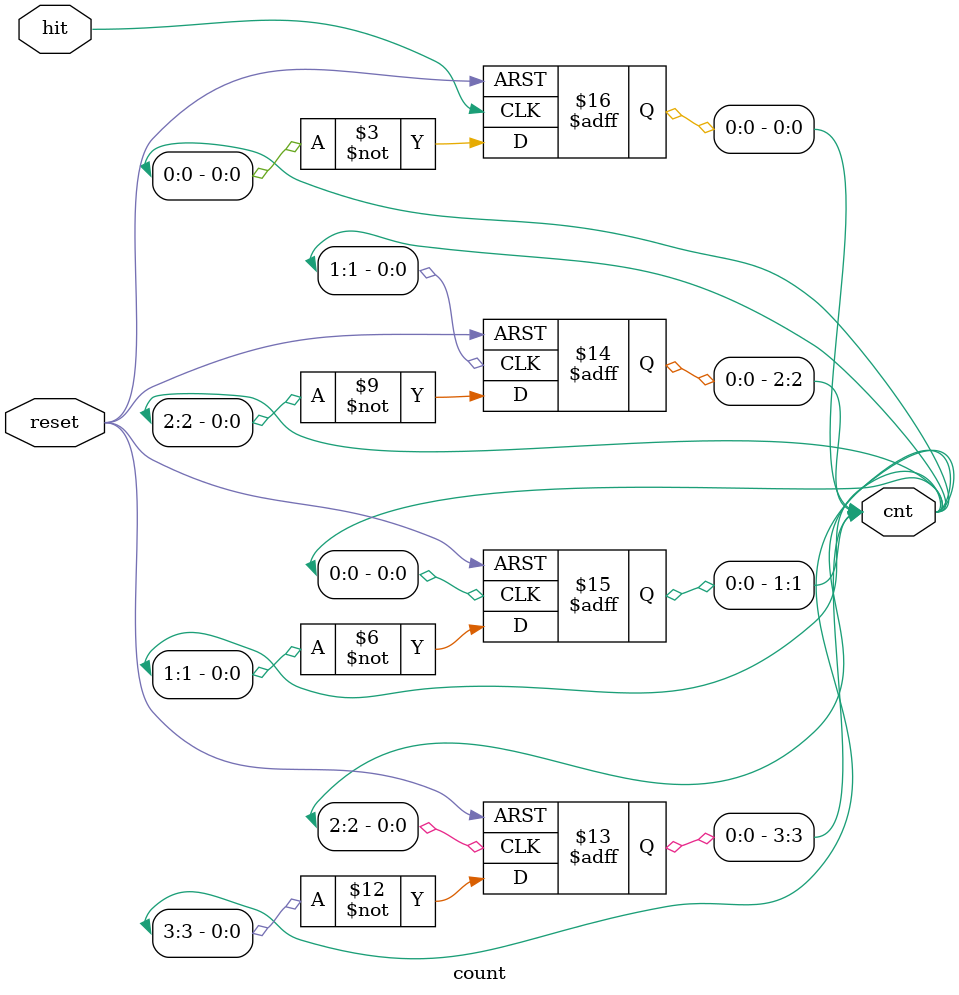
<source format=v>
module add_dec(hit,cout,reset);
  input hit;
  input reset; 
  output [6:0] cout;
  
  wire [3:0] cnt;
  
  BCD7 U0
  (
    .din  (cnt),
    .dout (cout)
  );
  
  count U1
  (
    .reset  (reset),
    .hit    (hit),
    .cnt    (cnt)
  );
  
  
endmodule


module BCD7(din,dout);
  input  [3:0] din;
  output [6:0] dout;
  
  assign dout=(din==4'h0)?7'b1000000:
             (din==4'h1)?7'b1111001:
             (din==4'h2)?7'b0100100:
             (din==4'h3)?7'b0110000:
             (din==4'h4)?7'b0011001:
             (din==4'h5)?7'b0010010:
             (din==4'h6)?7'b0000010:
             (din==4'h7)?7'b1111000:
             (din==4'h8)?7'b0000000:
             (din==4'h9)?7'b0010000:
             (din==4'hA)?7'b0001000:
             (din==4'hB)?7'b0000011:
             (din==4'hC)?7'b1000110:
             (din==4'hD)?7'b0100001:
             (din==4'hE)?7'b0000110:
             (din==4'hF)?7'b0001110:7'b0;
endmodule
           
module count(hit,reset,cnt);
  input hit;
  input reset;
  output [3:0] cnt;
  
  reg [3:0] cnt;
  
  always@(negedge hit or negedge reset)
    begin
      if(~reset) cnt[0]=0;
      else
        cnt[0]=~cnt[0];
    end
    
  always@(negedge cnt[0] or negedge reset)
    begin
      if(~reset) cnt[1]=0;
      else
        cnt[1]=~cnt[1];
    end
    
   always@(negedge cnt[1] or negedge reset)
    begin
      if(~reset) cnt[2]=0;
      else
        cnt[2]=~cnt[2];
    end 
    
    always@(negedge cnt[2] or negedge reset)
    begin
      if(~reset) cnt[3]=0;
      else
        cnt[3]=~cnt[3];
    end
    
endmodule



</source>
